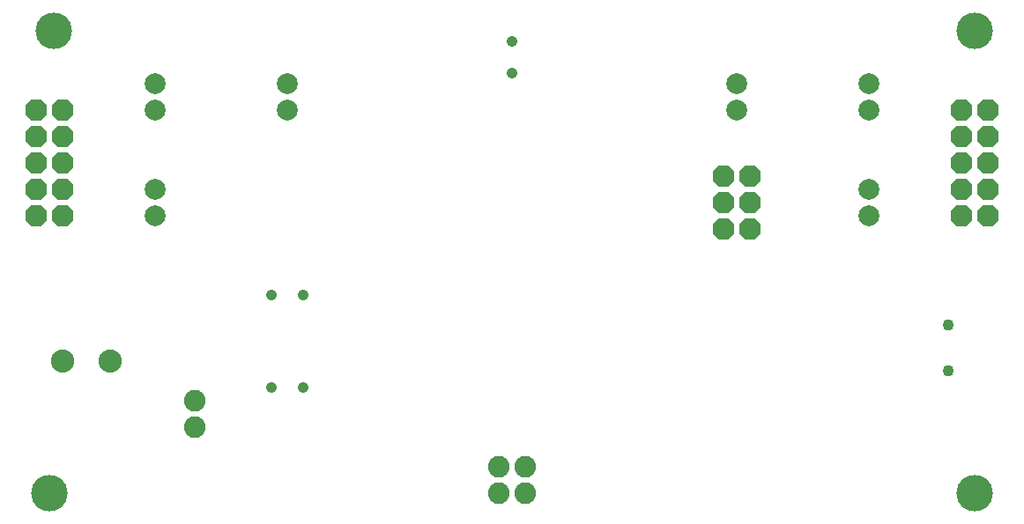
<source format=gbr>
G04 EAGLE Gerber RS-274X export*
G75*
%MOMM*%
%FSLAX34Y34*%
%LPD*%
%INSoldermask Bottom*%
%IPPOS*%
%AMOC8*
5,1,8,0,0,1.08239X$1,22.5*%
G01*
%ADD10C,2.235200*%
%ADD11C,1.053200*%
%ADD12C,1.103200*%
%ADD13C,3.505200*%
%ADD14C,2.003200*%
%ADD15P,2.254402X8X112.500000*%
%ADD16P,2.254402X8X292.500000*%
%ADD17C,2.082800*%


D10*
X38100Y152400D03*
X83820Y152400D03*
D11*
X239000Y127000D03*
X269000Y127000D03*
X239000Y215900D03*
X269000Y215900D03*
D12*
X889000Y143100D03*
X889000Y187100D03*
D11*
X469900Y429500D03*
X469900Y459500D03*
D13*
X914400Y25400D03*
X29900Y469900D03*
X25400Y25400D03*
X914400Y469900D03*
D14*
X254000Y419100D03*
X254000Y393700D03*
X685800Y419100D03*
X685800Y393700D03*
X127000Y419100D03*
X127000Y393700D03*
X127000Y317500D03*
X127000Y292100D03*
X812800Y419100D03*
X812800Y393700D03*
X812800Y317500D03*
X812800Y292100D03*
D15*
X698500Y279400D03*
X673100Y279400D03*
X698500Y304800D03*
X673100Y304800D03*
X698500Y330200D03*
X673100Y330200D03*
D16*
X901700Y393700D03*
X927100Y393700D03*
X901700Y368300D03*
X927100Y368300D03*
X901700Y342900D03*
X927100Y342900D03*
X901700Y317500D03*
X927100Y317500D03*
X901700Y292100D03*
X927100Y292100D03*
D15*
X38100Y292100D03*
X12700Y292100D03*
X38100Y317500D03*
X12700Y317500D03*
X38100Y342900D03*
X12700Y342900D03*
X38100Y368300D03*
X12700Y368300D03*
X38100Y393700D03*
X12700Y393700D03*
D17*
X482600Y50800D03*
X482600Y25400D03*
X457200Y50800D03*
X457200Y25400D03*
X165100Y88900D03*
X165100Y114300D03*
M02*

</source>
